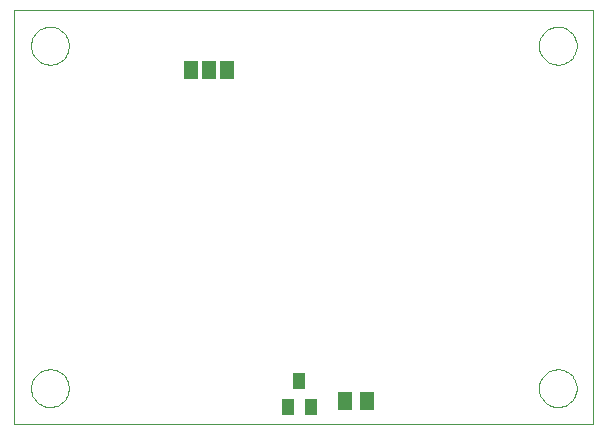
<source format=gbp>
G75*
%MOIN*%
%OFA0B0*%
%FSLAX24Y24*%
%IPPOS*%
%LPD*%
%AMOC8*
5,1,8,0,0,1.08239X$1,22.5*
%
%ADD10C,0.0000*%
%ADD11R,0.0460X0.0630*%
%ADD12R,0.0394X0.0551*%
%ADD13R,0.0512X0.0591*%
D10*
X000100Y000550D02*
X000100Y014330D01*
X019391Y014330D01*
X019391Y000550D01*
X000100Y000550D01*
X000651Y001731D02*
X000653Y001781D01*
X000659Y001831D01*
X000669Y001880D01*
X000683Y001928D01*
X000700Y001975D01*
X000721Y002020D01*
X000746Y002064D01*
X000774Y002105D01*
X000806Y002144D01*
X000840Y002181D01*
X000877Y002215D01*
X000917Y002245D01*
X000959Y002272D01*
X001003Y002296D01*
X001049Y002317D01*
X001096Y002333D01*
X001144Y002346D01*
X001194Y002355D01*
X001243Y002360D01*
X001294Y002361D01*
X001344Y002358D01*
X001393Y002351D01*
X001442Y002340D01*
X001490Y002325D01*
X001536Y002307D01*
X001581Y002285D01*
X001624Y002259D01*
X001665Y002230D01*
X001704Y002198D01*
X001740Y002163D01*
X001772Y002125D01*
X001802Y002085D01*
X001829Y002042D01*
X001852Y001998D01*
X001871Y001952D01*
X001887Y001904D01*
X001899Y001855D01*
X001907Y001806D01*
X001911Y001756D01*
X001911Y001706D01*
X001907Y001656D01*
X001899Y001607D01*
X001887Y001558D01*
X001871Y001510D01*
X001852Y001464D01*
X001829Y001420D01*
X001802Y001377D01*
X001772Y001337D01*
X001740Y001299D01*
X001704Y001264D01*
X001665Y001232D01*
X001624Y001203D01*
X001581Y001177D01*
X001536Y001155D01*
X001490Y001137D01*
X001442Y001122D01*
X001393Y001111D01*
X001344Y001104D01*
X001294Y001101D01*
X001243Y001102D01*
X001194Y001107D01*
X001144Y001116D01*
X001096Y001129D01*
X001049Y001145D01*
X001003Y001166D01*
X000959Y001190D01*
X000917Y001217D01*
X000877Y001247D01*
X000840Y001281D01*
X000806Y001318D01*
X000774Y001357D01*
X000746Y001398D01*
X000721Y001442D01*
X000700Y001487D01*
X000683Y001534D01*
X000669Y001582D01*
X000659Y001631D01*
X000653Y001681D01*
X000651Y001731D01*
X000651Y013148D02*
X000653Y013198D01*
X000659Y013248D01*
X000669Y013297D01*
X000683Y013345D01*
X000700Y013392D01*
X000721Y013437D01*
X000746Y013481D01*
X000774Y013522D01*
X000806Y013561D01*
X000840Y013598D01*
X000877Y013632D01*
X000917Y013662D01*
X000959Y013689D01*
X001003Y013713D01*
X001049Y013734D01*
X001096Y013750D01*
X001144Y013763D01*
X001194Y013772D01*
X001243Y013777D01*
X001294Y013778D01*
X001344Y013775D01*
X001393Y013768D01*
X001442Y013757D01*
X001490Y013742D01*
X001536Y013724D01*
X001581Y013702D01*
X001624Y013676D01*
X001665Y013647D01*
X001704Y013615D01*
X001740Y013580D01*
X001772Y013542D01*
X001802Y013502D01*
X001829Y013459D01*
X001852Y013415D01*
X001871Y013369D01*
X001887Y013321D01*
X001899Y013272D01*
X001907Y013223D01*
X001911Y013173D01*
X001911Y013123D01*
X001907Y013073D01*
X001899Y013024D01*
X001887Y012975D01*
X001871Y012927D01*
X001852Y012881D01*
X001829Y012837D01*
X001802Y012794D01*
X001772Y012754D01*
X001740Y012716D01*
X001704Y012681D01*
X001665Y012649D01*
X001624Y012620D01*
X001581Y012594D01*
X001536Y012572D01*
X001490Y012554D01*
X001442Y012539D01*
X001393Y012528D01*
X001344Y012521D01*
X001294Y012518D01*
X001243Y012519D01*
X001194Y012524D01*
X001144Y012533D01*
X001096Y012546D01*
X001049Y012562D01*
X001003Y012583D01*
X000959Y012607D01*
X000917Y012634D01*
X000877Y012664D01*
X000840Y012698D01*
X000806Y012735D01*
X000774Y012774D01*
X000746Y012815D01*
X000721Y012859D01*
X000700Y012904D01*
X000683Y012951D01*
X000669Y012999D01*
X000659Y013048D01*
X000653Y013098D01*
X000651Y013148D01*
X017580Y013148D02*
X017582Y013198D01*
X017588Y013248D01*
X017598Y013297D01*
X017612Y013345D01*
X017629Y013392D01*
X017650Y013437D01*
X017675Y013481D01*
X017703Y013522D01*
X017735Y013561D01*
X017769Y013598D01*
X017806Y013632D01*
X017846Y013662D01*
X017888Y013689D01*
X017932Y013713D01*
X017978Y013734D01*
X018025Y013750D01*
X018073Y013763D01*
X018123Y013772D01*
X018172Y013777D01*
X018223Y013778D01*
X018273Y013775D01*
X018322Y013768D01*
X018371Y013757D01*
X018419Y013742D01*
X018465Y013724D01*
X018510Y013702D01*
X018553Y013676D01*
X018594Y013647D01*
X018633Y013615D01*
X018669Y013580D01*
X018701Y013542D01*
X018731Y013502D01*
X018758Y013459D01*
X018781Y013415D01*
X018800Y013369D01*
X018816Y013321D01*
X018828Y013272D01*
X018836Y013223D01*
X018840Y013173D01*
X018840Y013123D01*
X018836Y013073D01*
X018828Y013024D01*
X018816Y012975D01*
X018800Y012927D01*
X018781Y012881D01*
X018758Y012837D01*
X018731Y012794D01*
X018701Y012754D01*
X018669Y012716D01*
X018633Y012681D01*
X018594Y012649D01*
X018553Y012620D01*
X018510Y012594D01*
X018465Y012572D01*
X018419Y012554D01*
X018371Y012539D01*
X018322Y012528D01*
X018273Y012521D01*
X018223Y012518D01*
X018172Y012519D01*
X018123Y012524D01*
X018073Y012533D01*
X018025Y012546D01*
X017978Y012562D01*
X017932Y012583D01*
X017888Y012607D01*
X017846Y012634D01*
X017806Y012664D01*
X017769Y012698D01*
X017735Y012735D01*
X017703Y012774D01*
X017675Y012815D01*
X017650Y012859D01*
X017629Y012904D01*
X017612Y012951D01*
X017598Y012999D01*
X017588Y013048D01*
X017582Y013098D01*
X017580Y013148D01*
X017580Y001731D02*
X017582Y001781D01*
X017588Y001831D01*
X017598Y001880D01*
X017612Y001928D01*
X017629Y001975D01*
X017650Y002020D01*
X017675Y002064D01*
X017703Y002105D01*
X017735Y002144D01*
X017769Y002181D01*
X017806Y002215D01*
X017846Y002245D01*
X017888Y002272D01*
X017932Y002296D01*
X017978Y002317D01*
X018025Y002333D01*
X018073Y002346D01*
X018123Y002355D01*
X018172Y002360D01*
X018223Y002361D01*
X018273Y002358D01*
X018322Y002351D01*
X018371Y002340D01*
X018419Y002325D01*
X018465Y002307D01*
X018510Y002285D01*
X018553Y002259D01*
X018594Y002230D01*
X018633Y002198D01*
X018669Y002163D01*
X018701Y002125D01*
X018731Y002085D01*
X018758Y002042D01*
X018781Y001998D01*
X018800Y001952D01*
X018816Y001904D01*
X018828Y001855D01*
X018836Y001806D01*
X018840Y001756D01*
X018840Y001706D01*
X018836Y001656D01*
X018828Y001607D01*
X018816Y001558D01*
X018800Y001510D01*
X018781Y001464D01*
X018758Y001420D01*
X018731Y001377D01*
X018701Y001337D01*
X018669Y001299D01*
X018633Y001264D01*
X018594Y001232D01*
X018553Y001203D01*
X018510Y001177D01*
X018465Y001155D01*
X018419Y001137D01*
X018371Y001122D01*
X018322Y001111D01*
X018273Y001104D01*
X018223Y001101D01*
X018172Y001102D01*
X018123Y001107D01*
X018073Y001116D01*
X018025Y001129D01*
X017978Y001145D01*
X017932Y001166D01*
X017888Y001190D01*
X017846Y001217D01*
X017806Y001247D01*
X017769Y001281D01*
X017735Y001318D01*
X017703Y001357D01*
X017675Y001398D01*
X017650Y001442D01*
X017629Y001487D01*
X017612Y001534D01*
X017598Y001582D01*
X017588Y001631D01*
X017582Y001681D01*
X017580Y001731D01*
D11*
X007185Y012354D03*
X006585Y012354D03*
X005985Y012354D03*
D12*
X009600Y001983D03*
X009226Y001117D03*
X009974Y001117D03*
D13*
X011101Y001300D03*
X011849Y001300D03*
M02*

</source>
